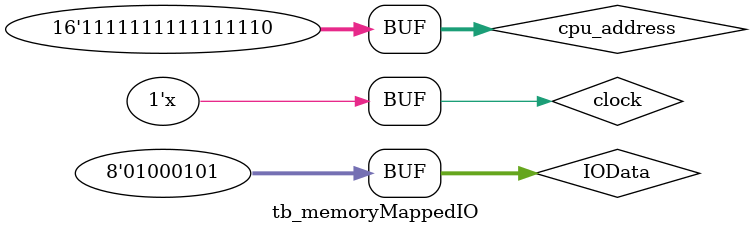
<source format=v>

module tb_memoryMappedIO;

	reg clock, reset;
	
	reg [15:0] cpu_write_data;
	reg [15:0] cpu_address;
	reg [7:0] IOData;

	wire [15:0] cpu_read_data;

	memoryMappedIO memoryAndIO(
        clock, 
        cpu_write_data, gpu_write_data,
        cpu_address, gpu_address,
        cpu_write_enable, gpu_write_enable,
        IOData,
        cpu_read_data, gpu_read_data
    );
	 
	 always #1 clock = ~clock;
	 
	 initial begin
		 //switches = 16'b0000000000000111;
		 clock = 1'b0;
		 
		 #5 
		 IOData = 8'h45;
		 
		 #5
		 cpu_address = 0;
		 
		 #5
		 cpu_address = 1;
		 
		 #5
		 cpu_address = 65533;
		 
		 #5
		 cpu_address = 65534;
    end
	 
	 


endmodule

</source>
